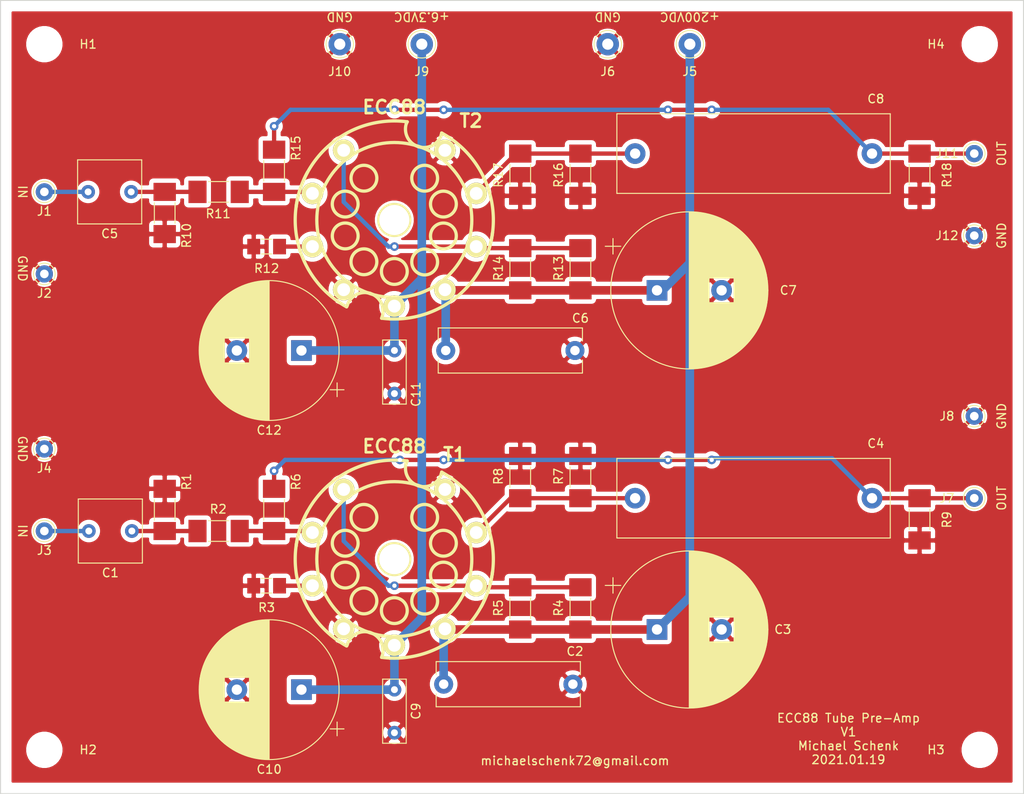
<source format=kicad_pcb>
(kicad_pcb (version 20171130) (host pcbnew "(5.1.9-0-10_14)")
  (layers (0 F.Cu signal) (31 B.Cu signal) (34 B.Paste user) (35 F.Paste user) (36 B.SilkS user) (37 F.SilkS user) (38 B.Mask user) (39 F.Mask user) (44 Edge.Cuts user))
  (net 0 "")
  (net 1 "Net-(C1-Pad2)")
  (net 2 "Net-(C1-Pad1)")
  (net 3 GND)
  (net 4 VDDA)
  (net 5 "Net-(C4-Pad2)")
  (net 6 "Net-(C4-Pad1)")
  (net 7 VDDF)
  (net 8 "Net-(R2-Pad1)")
  (net 9 "Net-(R3-Pad1)")
  (net 10 "Net-(R4-Pad2)")
  (net 11 "Net-(C5-Pad2)")
  (net 12 "Net-(C5-Pad1)")
  (net 13 "Net-(C8-Pad2)")
  (net 14 "Net-(C8-Pad1)")
  (net 15 "Net-(R11-Pad1)")
  (net 16 "Net-(R12-Pad1)")
  (net 17 "Net-(R13-Pad2)")
  (module Capacitor_THT:CP_Radial_D16.0mm_P7.50mm (layer F.Cu) (at 73.66 111.76 180)
    (fp_text reference C12 (at 3.75 -9.25) (layer F.SilkS))
    (fp_text value 2200uF)
    (pad 2 thru_hole circle (at 7.5 0 180) (size 2.4 2.4) (drill 1.2) (layers *.Cu *.Mask) (net 3 GND))
    (pad 1 thru_hole rect (at 0 0 180) (size 2.4 2.4) (drill 1.2) (layers *.Cu *.Mask) (net 7 VDDF))
  )
  (module Capacitor_THT:C_Rect_L7.2mm_W2.5mm_P5.00mm_FKS2_FKP2_MKS2_MKP2 (layer F.Cu) (at 84.455 111.76 270)
    (fp_text reference C11 (at 5.08 -2.5 90) (layer F.SilkS))
    (fp_text value 100nF)
    (pad 2 thru_hole circle (at 5 0 270) (size 1.6 1.6) (drill 0.8) (layers *.Cu *.Mask) (net 3 GND))
    (pad 1 thru_hole circle (at 0 0 270) (size 1.6 1.6) (drill 0.8) (layers *.Cu *.Mask) (net 7 VDDF))
  )
  (module Capacitor_THT:CP_Radial_D16.0mm_P7.50mm (layer F.Cu) (at 73.66 151.13 180)
    (fp_text reference C10 (at 3.75 -9.25) (layer F.SilkS))
    (fp_text value 2200uF)
    (pad 2 thru_hole circle (at 7.5 0 180) (size 2.4 2.4) (drill 1.2) (layers *.Cu *.Mask) (net 3 GND))
    (pad 1 thru_hole rect (at 0 0 180) (size 2.4 2.4) (drill 1.2) (layers *.Cu *.Mask) (net 7 VDDF))
  )
  (module Capacitor_THT:C_Rect_L7.2mm_W2.5mm_P5.00mm_FKS2_FKP2_MKS2_MKP2 (layer F.Cu) (at 84.455 151.13 270)
    (fp_text reference C9 (at 2.5 -2.5 90) (layer F.SilkS))
    (fp_text value 100nF)
    (pad 2 thru_hole circle (at 5 0 270) (size 1.6 1.6) (drill 0.8) (layers *.Cu *.Mask) (net 3 GND))
    (pad 1 thru_hole circle (at 0 0 270) (size 1.6 1.6) (drill 0.8) (layers *.Cu *.Mask) (net 7 VDDF))
  )
  (module w_vacuum:socket_gzc9-b (layer F.Cu) (at 84.43976 96.6089 180)
    (fp_text reference T2 (at -8.90524 11.5189) (layer F.SilkS) (effects (font (size 1.524 1.524) (thickness 0.3048))))
    (fp_text value ECC88 (at 0 13.09878) (layer F.SilkS) (effects (font (size 1.524 1.524) (thickness 0.3048))))
    (pad "" np_thru_hole circle (at 0 0 180) (size 3.49758 3.49758) (drill 3.49758) (layers *.Cu *.Mask F.SilkS))
    (pad 1 thru_hole circle (at 5.87756 8.0899 180) (size 2.49936 2.49936) (drill 1.4986) (layers *.Cu *.Mask F.SilkS) (net 17 "Net-(R13-Pad2)"))
    (pad 2 thru_hole circle (at 9.50976 3.0861 180) (size 2.49936 2.49936) (drill 1.4986) (layers *.Cu *.Mask F.SilkS) (net 15 "Net-(R11-Pad1)"))
    (pad 3 thru_hole circle (at 9.50976 -3.0861 180) (size 2.49936 2.49936) (drill 1.4986) (layers *.Cu *.Mask F.SilkS) (net 16 "Net-(R12-Pad1)"))
    (pad 4 thru_hole circle (at 5.87756 -8.0899 180) (size 2.49936 2.49936) (drill 1.4986) (layers *.Cu *.Mask F.SilkS) (net 3 GND))
    (pad 5 thru_hole circle (at 0 -9.99998 180) (size 2.49936 2.49936) (drill 1.4986) (layers *.Cu *.Mask F.SilkS) (net 7 VDDF))
    (pad 6 thru_hole circle (at -5.87756 -8.0899 180) (size 2.49936 2.49936) (drill 1.4986) (layers *.Cu *.Mask F.SilkS) (net 4 VDDA))
    (pad 7 thru_hole circle (at -9.50976 -3.0861 180) (size 2.49936 2.49936) (drill 1.4986) (layers *.Cu *.Mask F.SilkS) (net 17 "Net-(R13-Pad2)"))
    (pad 8 thru_hole circle (at -9.50976 3.0861 180) (size 2.49936 2.49936) (drill 1.4986) (layers *.Cu *.Mask F.SilkS) (net 13 "Net-(C8-Pad2)"))
    (pad 9 thru_hole circle (at -5.87756 8.0899 180) (size 2.49936 2.49936) (drill 1.4986) (layers *.Cu *.Mask F.SilkS) (net 3 GND))
  )
  (module Resistor_SMD:R_MELF_MMB-0207 (layer F.Cu) (at 145.415 91.35 270)
    (fp_text reference R18 (at 0.05 -3.175 90) (layer F.SilkS))
    (fp_text value 1Meg)
    (pad 2 smd rect (at 2.45 0 270) (size 2.1 2.6) (layers F.Cu F.Paste F.Mask) (net 3 GND))
    (pad 1 smd rect (at -2.45 0 270) (size 2.1 2.6) (layers F.Cu F.Paste F.Mask) (net 14 "Net-(C8-Pad1)"))
  )
  (module Resistor_SMD:R_MELF_MMB-0207 (layer F.Cu) (at 99.06 91.35 270)
    (fp_text reference R17 (at 0.05 2.54 90) (layer F.SilkS))
    (fp_text value 39k)
    (pad 2 smd rect (at 2.45 0 270) (size 2.1 2.6) (layers F.Cu F.Paste F.Mask) (net 3 GND))
    (pad 1 smd rect (at -2.45 0 270) (size 2.1 2.6) (layers F.Cu F.Paste F.Mask) (net 13 "Net-(C8-Pad2)"))
  )
  (module Resistor_SMD:R_MELF_MMB-0207 (layer F.Cu) (at 106.045 91.35 270)
    (fp_text reference R16 (at 0.05 2.54 90) (layer F.SilkS))
    (fp_text value 56k)
    (pad 2 smd rect (at 2.45 0 270) (size 2.1 2.6) (layers F.Cu F.Paste F.Mask) (net 3 GND))
    (pad 1 smd rect (at -2.45 0 270) (size 2.1 2.6) (layers F.Cu F.Paste F.Mask) (net 13 "Net-(C8-Pad2)"))
  )
  (module Resistor_SMD:R_MELF_MMB-0207 (layer F.Cu) (at 70.485 90.895 270)
    (fp_text reference R15 (at -2.63 -2.54 90) (layer F.SilkS))
    (fp_text value 100k)
    (pad 2 smd rect (at 2.45 0 270) (size 2.1 2.6) (layers F.Cu F.Paste F.Mask) (net 15 "Net-(R11-Pad1)"))
    (pad 1 smd rect (at -2.45 0 270) (size 2.1 2.6) (layers F.Cu F.Paste F.Mask) (net 14 "Net-(C8-Pad1)"))
  )
  (module Resistor_SMD:R_MELF_MMB-0207 (layer F.Cu) (at 99.06 102.325 90)
    (fp_text reference R14 (at 0.09 -2.54 90) (layer F.SilkS))
    (fp_text value 39k)
    (pad 2 smd rect (at 2.45 0 90) (size 2.1 2.6) (layers F.Cu F.Paste F.Mask) (net 17 "Net-(R13-Pad2)"))
    (pad 1 smd rect (at -2.45 0 90) (size 2.1 2.6) (layers F.Cu F.Paste F.Mask) (net 4 VDDA))
  )
  (module Resistor_SMD:R_MELF_MMB-0207 (layer F.Cu) (at 106.045 102.325 90)
    (fp_text reference R13 (at 0.09 -2.54 90) (layer F.SilkS))
    (fp_text value 56k)
    (pad 2 smd rect (at 2.45 0 90) (size 2.1 2.6) (layers F.Cu F.Paste F.Mask) (net 17 "Net-(R13-Pad2)"))
    (pad 1 smd rect (at -2.45 0 90) (size 2.1 2.6) (layers F.Cu F.Paste F.Mask) (net 4 VDDA))
  )
  (module Resistor_SMD:R_MiniMELF_MMA-0204 (layer F.Cu) (at 69.62 99.695 180)
    (fp_text reference R12 (at 0 -2.54) (layer F.SilkS))
    (fp_text value 1.21k)
    (pad 2 smd rect (at 1.5 0 180) (size 1.5 1.8) (layers F.Cu F.Paste F.Mask) (net 3 GND))
    (pad 1 smd rect (at -1.5 0 180) (size 1.5 1.8) (layers F.Cu F.Paste F.Mask) (net 16 "Net-(R12-Pad1)"))
  )
  (module Resistor_SMD:R_MELF_MMB-0207 (layer F.Cu) (at 64.045 93.345 180)
    (fp_text reference R11 (at 0.05 -2.54) (layer F.SilkS))
    (fp_text value 47k)
    (pad 2 smd rect (at 2.45 0 180) (size 2.1 2.6) (layers F.Cu F.Paste F.Mask) (net 12 "Net-(C5-Pad1)"))
    (pad 1 smd rect (at -2.45 0 180) (size 2.1 2.6) (layers F.Cu F.Paste F.Mask) (net 15 "Net-(R11-Pad1)"))
  )
  (module Resistor_SMD:R_MELF_MMB-0207 (layer F.Cu) (at 57.785 95.795 270)
    (fp_text reference R10 (at 2.63 -2.54 90) (layer F.SilkS))
    (fp_text value 1Meg)
    (pad 2 smd rect (at 2.45 0 270) (size 2.1 2.6) (layers F.Cu F.Paste F.Mask) (net 3 GND))
    (pad 1 smd rect (at -2.45 0 270) (size 2.1 2.6) (layers F.Cu F.Paste F.Mask) (net 12 "Net-(C5-Pad1)"))
  )
  (module Connector_Pin:Pin_D1.0mm_L10.0mm (layer F.Cu) (at 151.765 98.425)
    (fp_text reference J12 (at -3.175 0) (layer F.SilkS))
    (fp_text value Conn_01x01)
    (pad 1 thru_hole circle (at 0 0) (size 2 2) (drill 1) (layers *.Cu *.Mask) (net 3 GND))
  )
  (module Connector_Pin:Pin_D1.0mm_L10.0mm (layer F.Cu) (at 151.765 88.9)
    (fp_text reference J11 (at -3.175 0) (layer F.SilkS))
    (fp_text value Conn_01x01)
    (pad 1 thru_hole circle (at 0 0) (size 2 2) (drill 1) (layers *.Cu *.Mask) (net 14 "Net-(C8-Pad1)"))
  )
  (module Connector_Pin:Pin_D1.3mm_L11.0mm (layer F.Cu) (at 78.105 76.2)
    (fp_text reference J10 (at 0 3.175) (layer F.SilkS))
    (fp_text value Conn_01x01)
    (pad 1 thru_hole circle (at 0 0) (size 2.6 2.6) (drill 1.3) (layers *.Cu *.Mask) (net 3 GND))
  )
  (module Connector_Pin:Pin_D1.3mm_L11.0mm (layer F.Cu) (at 87.63 76.2)
    (fp_text reference J9 (at 0 3.175) (layer F.SilkS))
    (fp_text value Conn_01x01)
    (pad 1 thru_hole circle (at 0 0) (size 2.6 2.6) (drill 1.3) (layers *.Cu *.Mask) (net 7 VDDF))
  )
  (module Connector_Pin:Pin_D1.0mm_L10.0mm (layer F.Cu) (at 43.815 102.87)
    (fp_text reference J2 (at 0 2.25) (layer F.SilkS))
    (fp_text value Conn_01x01)
    (pad 1 thru_hole circle (at 0 0) (size 2 2) (drill 1) (layers *.Cu *.Mask) (net 3 GND))
  )
  (module Connector_Pin:Pin_D1.0mm_L10.0mm (layer F.Cu) (at 43.815 93.345)
    (fp_text reference J1 (at 0 2.25) (layer F.SilkS))
    (fp_text value Conn_01x01)
    (pad 1 thru_hole circle (at 0 0) (size 2 2) (drill 1) (layers *.Cu *.Mask) (net 11 "Net-(C5-Pad2)"))
  )
  (module Capacitor_THT:C_Rect_L31.5mm_W9.0mm_P27.50mm_MKS4 (layer F.Cu) (at 139.895 88.9 180)
    (fp_text reference C8 (at -0.44 6.35) (layer F.SilkS))
    (fp_text value 2.2uF)
    (pad 2 thru_hole circle (at 27.5 0 180) (size 2.4 2.4) (drill 1.2) (layers *.Cu *.Mask) (net 13 "Net-(C8-Pad2)"))
    (pad 1 thru_hole circle (at 0 0 180) (size 2.4 2.4) (drill 1.2) (layers *.Cu *.Mask) (net 14 "Net-(C8-Pad1)"))
  )
  (module Capacitor_THT:CP_Radial_D18.0mm_P7.50mm (layer F.Cu) (at 114.935 104.775)
    (fp_text reference C7 (at 15.24 0) (layer F.SilkS))
    (fp_text value 100uF)
    (pad 2 thru_hole circle (at 7.5 0) (size 2.4 2.4) (drill 1.2) (layers *.Cu *.Mask) (net 3 GND))
    (pad 1 thru_hole rect (at 0 0) (size 2.4 2.4) (drill 1.2) (layers *.Cu *.Mask) (net 4 VDDA))
  )
  (module Capacitor_THT:C_Rect_L16.5mm_W5.0mm_P15.00mm_MKT (layer F.Cu) (at 90.41 111.76)
    (fp_text reference C6 (at 15.635 -3.75) (layer F.SilkS))
    (fp_text value 100nF)
    (pad 2 thru_hole circle (at 15 0) (size 2.2 2.2) (drill 1.1) (layers *.Cu *.Mask) (net 3 GND))
    (pad 1 thru_hole circle (at 0 0) (size 2.2 2.2) (drill 1.1) (layers *.Cu *.Mask) (net 4 VDDA))
  )
  (module Capacitor_THT:C_Rect_L7.2mm_W7.2mm_P5.00mm_FKS2_FKP2_MKS2_MKP2 (layer F.Cu) (at 53.895 93.345 180)
    (fp_text reference C5 (at 2.5 -4.85) (layer F.SilkS))
    (fp_text value 3.3uF)
    (pad 2 thru_hole circle (at 5 0 180) (size 1.6 1.6) (drill 0.8) (layers *.Cu *.Mask) (net 11 "Net-(C5-Pad2)"))
    (pad 1 thru_hole circle (at 0 0 180) (size 1.6 1.6) (drill 0.8) (layers *.Cu *.Mask) (net 12 "Net-(C5-Pad1)"))
  )
  (module Resistor_SMD:R_MELF_MMB-0207 (layer F.Cu) (at 145.415 131.355 270)
    (fp_text reference R9 (at 0.05 -3.175 90) (layer F.SilkS))
    (fp_text value 1Meg)
    (pad 2 smd rect (at 2.45 0 270) (size 2.1 2.6) (layers F.Cu F.Paste F.Mask) (net 3 GND))
    (pad 1 smd rect (at -2.45 0 270) (size 2.1 2.6) (layers F.Cu F.Paste F.Mask) (net 6 "Net-(C4-Pad1)"))
  )
  (module Resistor_SMD:R_MELF_MMB-0207 (layer F.Cu) (at 99.06 126.455 90)
    (fp_text reference R8 (at 0.09 -2.54 90) (layer F.SilkS))
    (fp_text value 39k)
    (pad 2 smd rect (at 2.45 0 90) (size 2.1 2.6) (layers F.Cu F.Paste F.Mask) (net 3 GND))
    (pad 1 smd rect (at -2.45 0 90) (size 2.1 2.6) (layers F.Cu F.Paste F.Mask) (net 5 "Net-(C4-Pad2)"))
  )
  (module Resistor_SMD:R_MELF_MMB-0207 (layer F.Cu) (at 106.045 126.455 90)
    (fp_text reference R7 (at 0.09 -2.54 90) (layer F.SilkS))
    (fp_text value 56k)
    (pad 2 smd rect (at 2.45 0 90) (size 2.1 2.6) (layers F.Cu F.Paste F.Mask) (net 3 GND))
    (pad 1 smd rect (at -2.45 0 90) (size 2.1 2.6) (layers F.Cu F.Paste F.Mask) (net 5 "Net-(C4-Pad2)"))
  )
  (module Resistor_SMD:R_MELF_MMB-0207 (layer F.Cu) (at 70.485 130.265 270)
    (fp_text reference R6 (at -3.265 -2.54 90) (layer F.SilkS))
    (fp_text value 100k)
    (pad 2 smd rect (at 2.45 0 270) (size 2.1 2.6) (layers F.Cu F.Paste F.Mask) (net 8 "Net-(R2-Pad1)"))
    (pad 1 smd rect (at -2.45 0 270) (size 2.1 2.6) (layers F.Cu F.Paste F.Mask) (net 6 "Net-(C4-Pad1)"))
  )
  (module Resistor_SMD:R_MELF_MMB-0207 (layer F.Cu) (at 99.06 141.695 90)
    (fp_text reference R5 (at 0.05 -2.54 90) (layer F.SilkS))
    (fp_text value 39k)
    (pad 2 smd rect (at 2.45 0 90) (size 2.1 2.6) (layers F.Cu F.Paste F.Mask) (net 10 "Net-(R4-Pad2)"))
    (pad 1 smd rect (at -2.45 0 90) (size 2.1 2.6) (layers F.Cu F.Paste F.Mask) (net 4 VDDA))
  )
  (module Resistor_SMD:R_MELF_MMB-0207 (layer F.Cu) (at 106.045 141.695 90)
    (fp_text reference R4 (at 0.05 -2.54 90) (layer F.SilkS))
    (fp_text value 56k)
    (pad 2 smd rect (at 2.45 0 90) (size 2.1 2.6) (layers F.Cu F.Paste F.Mask) (net 10 "Net-(R4-Pad2)"))
    (pad 1 smd rect (at -2.45 0 90) (size 2.1 2.6) (layers F.Cu F.Paste F.Mask) (net 4 VDDA))
  )
  (module Resistor_SMD:R_MiniMELF_MMA-0204 (layer F.Cu) (at 69.62 139.065 180)
    (fp_text reference R3 (at 0 -2.54) (layer F.SilkS))
    (fp_text value 1.21k)
    (pad 2 smd rect (at 1.5 0 180) (size 1.5 1.8) (layers F.Cu F.Paste F.Mask) (net 3 GND))
    (pad 1 smd rect (at -1.5 0 180) (size 1.5 1.8) (layers F.Cu F.Paste F.Mask) (net 9 "Net-(R3-Pad1)"))
  )
  (module Resistor_SMD:R_MELF_MMB-0207 (layer F.Cu) (at 64.045 132.715 180)
    (fp_text reference R2 (at 0.05 2.54) (layer F.SilkS))
    (fp_text value 47k)
    (pad 2 smd rect (at 2.45 0 180) (size 2.1 2.6) (layers F.Cu F.Paste F.Mask) (net 2 "Net-(C1-Pad1)"))
    (pad 1 smd rect (at -2.45 0 180) (size 2.1 2.6) (layers F.Cu F.Paste F.Mask) (net 8 "Net-(R2-Pad1)"))
  )
  (module Resistor_SMD:R_MELF_MMB-0207 (layer F.Cu) (at 57.785 130.265 90)
    (fp_text reference R1 (at 3.265 2.54 90) (layer F.SilkS))
    (fp_text value 1Meg)
    (pad 2 smd rect (at 2.45 0 90) (size 2.1 2.6) (layers F.Cu F.Paste F.Mask) (net 3 GND))
    (pad 1 smd rect (at -2.45 0 90) (size 2.1 2.6) (layers F.Cu F.Paste F.Mask) (net 2 "Net-(C1-Pad1)"))
  )
  (module Connector_Pin:Pin_D1.0mm_L10.0mm (layer F.Cu) (at 151.765 119.38)
    (fp_text reference J8 (at -3.175 0) (layer F.SilkS))
    (fp_text value Conn_01x01)
    (pad 1 thru_hole circle (at 0 0) (size 2 2) (drill 1) (layers *.Cu *.Mask) (net 3 GND))
  )
  (module Connector_Pin:Pin_D1.0mm_L10.0mm (layer F.Cu) (at 151.765 128.905)
    (fp_text reference J7 (at -3.175 0) (layer F.SilkS))
    (fp_text value Conn_01x01)
    (pad 1 thru_hole circle (at 0 0) (size 2 2) (drill 1) (layers *.Cu *.Mask) (net 6 "Net-(C4-Pad1)"))
  )
  (module Connector_Pin:Pin_D1.3mm_L11.0mm (layer F.Cu) (at 109.22 76.2)
    (fp_text reference J6 (at 0 3.175) (layer F.SilkS))
    (fp_text value Conn_01x01)
    (pad 1 thru_hole circle (at 0 0) (size 2.6 2.6) (drill 1.3) (layers *.Cu *.Mask) (net 3 GND))
  )
  (module Connector_Pin:Pin_D1.3mm_L11.0mm (layer F.Cu) (at 118.745 76.2)
    (fp_text reference J5 (at 0 3.175) (layer F.SilkS))
    (fp_text value Conn_01x01)
    (pad 1 thru_hole circle (at 0 0) (size 2.6 2.6) (drill 1.3) (layers *.Cu *.Mask) (net 4 VDDA))
  )
  (module Connector_Pin:Pin_D1.0mm_L10.0mm (layer F.Cu) (at 43.815 123.19)
    (fp_text reference J4 (at 0 2.25) (layer F.SilkS))
    (fp_text value Conn_01x01)
    (pad 1 thru_hole circle (at 0 0) (size 2 2) (drill 1) (layers *.Cu *.Mask) (net 3 GND))
  )
  (module Connector_Pin:Pin_D1.0mm_L10.0mm (layer F.Cu) (at 43.815 132.715)
    (fp_text reference J3 (at 0 2.25) (layer F.SilkS))
    (fp_text value Conn_01x01)
    (pad 1 thru_hole circle (at 0 0) (size 2 2) (drill 1) (layers *.Cu *.Mask) (net 1 "Net-(C1-Pad2)"))
  )
  (module MountingHole:MountingHole_3.2mm_M3 (layer F.Cu) (at 152.4 76.2)
    (fp_text reference H4 (at -5.08 0) (layer F.SilkS))
    (fp_text value MountingHole)
    (pad 1 np_thru_hole circle (at 0 0) (size 3.2 3.2) (drill 3.2) (layers *.Cu *.Mask))
  )
  (module MountingHole:MountingHole_3.2mm_M3 (layer F.Cu) (at 152.4 158.115)
    (fp_text reference H3 (at -5.08 0) (layer F.SilkS))
    (fp_text value MountingHole)
    (pad 1 np_thru_hole circle (at 0 0) (size 3.2 3.2) (drill 3.2) (layers *.Cu *.Mask))
  )
  (module MountingHole:MountingHole_3.2mm_M3 (layer F.Cu) (at 43.815 158.115)
    (fp_text reference H2 (at 5.08 0) (layer F.SilkS))
    (fp_text value MountingHole)
    (pad 1 np_thru_hole circle (at 0 0) (size 3.2 3.2) (drill 3.2) (layers *.Cu *.Mask))
  )
  (module MountingHole:MountingHole_3.2mm_M3 (layer F.Cu) (at 43.815 76.2)
    (fp_text reference H1 (at 5.08 0) (layer F.SilkS))
    (fp_text value MountingHole)
    (pad 1 np_thru_hole circle (at 0 0) (size 3.2 3.2) (drill 3.2) (layers *.Cu *.Mask))
  )
  (module Capacitor_THT:C_Rect_L31.5mm_W9.0mm_P27.50mm_MKS4 (layer F.Cu) (at 139.895 128.905 180)
    (fp_text reference C4 (at -0.44 6.35) (layer F.SilkS))
    (fp_text value 2.2uF)
    (pad 2 thru_hole circle (at 27.5 0 180) (size 2.4 2.4) (drill 1.2) (layers *.Cu *.Mask) (net 5 "Net-(C4-Pad2)"))
    (pad 1 thru_hole circle (at 0 0 180) (size 2.4 2.4) (drill 1.2) (layers *.Cu *.Mask) (net 6 "Net-(C4-Pad1)"))
  )
  (module Capacitor_THT:CP_Radial_D18.0mm_P7.50mm (layer F.Cu) (at 114.935 144.145)
    (fp_text reference C3 (at 14.605 0) (layer F.SilkS))
    (fp_text value 100uF)
    (pad 2 thru_hole circle (at 7.5 0) (size 2.4 2.4) (drill 1.2) (layers *.Cu *.Mask) (net 3 GND))
    (pad 1 thru_hole rect (at 0 0) (size 2.4 2.4) (drill 1.2) (layers *.Cu *.Mask) (net 4 VDDA))
  )
  (module Capacitor_THT:C_Rect_L16.5mm_W5.0mm_P15.00mm_MKT (layer F.Cu) (at 90.17 150.495)
    (fp_text reference C2 (at 15.24 -3.81) (layer F.SilkS))
    (fp_text value 100nF)
    (pad 2 thru_hole circle (at 15 0) (size 2.2 2.2) (drill 1.1) (layers *.Cu *.Mask) (net 3 GND))
    (pad 1 thru_hole circle (at 0 0) (size 2.2 2.2) (drill 1.1) (layers *.Cu *.Mask) (net 4 VDDA))
  )
  (module Capacitor_THT:C_Rect_L7.2mm_W7.2mm_P5.00mm_FKS2_FKP2_MKS2_MKP2 (layer F.Cu) (at 53.975 132.715 180)
    (fp_text reference C1 (at 2.5 -4.85) (layer F.SilkS))
    (fp_text value 3.3uF)
    (pad 2 thru_hole circle (at 5 0 180) (size 1.6 1.6) (drill 0.8) (layers *.Cu *.Mask) (net 1 "Net-(C1-Pad2)"))
    (pad 1 thru_hole circle (at 0 0 180) (size 1.6 1.6) (drill 0.8) (layers *.Cu *.Mask) (net 2 "Net-(C1-Pad1)"))
  )
  (module w_vacuum:socket_gzc9-b (layer F.Cu) (at 84.43976 135.9789 180)
    (fp_text reference T1 (at -7.00024 12.1539) (layer F.SilkS) (effects (font (size 1.524 1.524) (thickness 0.3048))))
    (fp_text value ECC88 (at 0 13.09878) (layer F.SilkS) (effects (font (size 1.524 1.524) (thickness 0.3048))))
    (pad "" np_thru_hole circle (at 0 0 180) (size 3.49758 3.49758) (drill 3.49758) (layers *.Cu *.Mask F.SilkS))
    (pad 1 thru_hole circle (at 5.87756 8.0899 180) (size 2.49936 2.49936) (drill 1.4986) (layers *.Cu *.Mask F.SilkS) (net 10 "Net-(R4-Pad2)"))
    (pad 2 thru_hole circle (at 9.50976 3.0861 180) (size 2.49936 2.49936) (drill 1.4986) (layers *.Cu *.Mask F.SilkS) (net 8 "Net-(R2-Pad1)"))
    (pad 3 thru_hole circle (at 9.50976 -3.0861 180) (size 2.49936 2.49936) (drill 1.4986) (layers *.Cu *.Mask F.SilkS) (net 9 "Net-(R3-Pad1)"))
    (pad 4 thru_hole circle (at 5.87756 -8.0899 180) (size 2.49936 2.49936) (drill 1.4986) (layers *.Cu *.Mask F.SilkS) (net 3 GND))
    (pad 5 thru_hole circle (at 0 -9.99998 180) (size 2.49936 2.49936) (drill 1.4986) (layers *.Cu *.Mask F.SilkS) (net 7 VDDF))
    (pad 6 thru_hole circle (at -5.87756 -8.0899 180) (size 2.49936 2.49936) (drill 1.4986) (layers *.Cu *.Mask F.SilkS) (net 4 VDDA))
    (pad 7 thru_hole circle (at -9.50976 -3.0861 180) (size 2.49936 2.49936) (drill 1.4986) (layers *.Cu *.Mask F.SilkS) (net 10 "Net-(R4-Pad2)"))
    (pad 8 thru_hole circle (at -9.50976 3.0861 180) (size 2.49936 2.49936) (drill 1.4986) (layers *.Cu *.Mask F.SilkS) (net 5 "Net-(C4-Pad2)"))
    (pad 9 thru_hole circle (at -5.87756 8.0899 180) (size 2.49936 2.49936) (drill 1.4986) (layers *.Cu *.Mask F.SilkS) (net 3 GND))
  )
  (gr_text GND (at 78.105 73.025 180) (layer F.SilkS) (effects (font (size 1 1))))
  (gr_text GND (at 109.22 73.025 180) (layer F.SilkS) (effects (font (size 1 1))))
  (gr_text +6.3VDC (at 87.63 73.025 180) (layer F.SilkS) (effects (font (size 1 1))))
  (gr_text +200VDC (at 118.745 73.025 180) (layer F.SilkS) (effects (font (size 1 1))))
  (gr_text OUT (at 154.94 88.9 90) (layer F.SilkS) (effects (font (size 1 1))))
  (gr_text OUT (at 154.94 128.905 90) (layer F.SilkS) (effects (font (size 1 1))))
  (gr_text GND (at 154.94 119.38 90) (layer F.SilkS) (effects (font (size 1 1))))
  (gr_text GND (at 154.94 98.425 90) (layer F.SilkS) (effects (font (size 1 1))))
  (gr_text GND (at 41.275 102.235 270) (layer F.SilkS) (effects (font (size 1 1))))
  (gr_text GND (at 41.275 123.19 270) (layer F.SilkS) (effects (font (size 1 1))))
  (gr_text IN (at 41.275 132.715 270) (layer F.SilkS) (effects (font (size 1 1))))
  (gr_text IN (at 41.275 93.345 270) (layer F.SilkS) (effects (font (size 1 1))))
  (gr_text "ECC88 Tube Pre-Amp\nV1\nMichael Schenk\n2021.01.19" (at 137.16 156.845) (layer F.SilkS) (effects (font (size 1 1))))
  (gr_text michaelschenk72@gmail.com (at 105.41 159.385) (layer F.SilkS) (effects (font (size 1 1))))
  (gr_line (start 157.48 71.12) (end 157.48 163.195) (layer Edge.Cuts) (width 0.1))
  (gr_line (start 38.735 71.12) (end 157.48 71.12) (layer Edge.Cuts) (width 0.1))
  (gr_line (start 38.735 163.195) (end 38.735 71.12) (layer Edge.Cuts) (width 0.1))
  (gr_line (start 157.48 163.195) (end 38.735 163.195) (layer Edge.Cuts) (width 0.1))
  (segment (start 43.815 132.715) (end 48.975 132.715) (width 0.5) (layer B.Cu) (net 1))
  (segment (start 53.975 132.715) (end 57.785 132.715) (width 0.5) (layer F.Cu) (net 2))
  (segment (start 57.785 132.715) (end 61.595 132.715) (width 0.5) (layer F.Cu) (net 2))
  (segment (start 118.745 140.335) (end 114.935 144.145) (width 1) (layer B.Cu) (net 4))
  (segment (start 115.57 104.775) (end 118.745 101.6) (width 1) (layer B.Cu) (net 4))
  (segment (start 118.745 101.6) (end 118.745 140.335) (width 1) (layer B.Cu) (net 4))
  (segment (start 114.935 104.775) (end 115.57 104.775) (width 1) (layer B.Cu) (net 4))
  (segment (start 118.745 101.6) (end 118.745 76.2) (width 1) (layer B.Cu) (net 4))
  (segment (start 90.41 104.79148) (end 90.31732 104.6988) (width 1) (layer B.Cu) (net 4))
  (segment (start 90.41 111.76) (end 90.41 104.79148) (width 1) (layer B.Cu) (net 4))
  (segment (start 90.17 144.21612) (end 90.31732 144.0688) (width 1) (layer B.Cu) (net 4))
  (segment (start 90.17 150.495) (end 90.17 144.21612) (width 1) (layer B.Cu) (net 4))
  (segment (start 114.935 144.145) (end 106.045 144.145) (width 1) (layer F.Cu) (net 4))
  (segment (start 106.045 144.145) (end 99.06 144.145) (width 1) (layer F.Cu) (net 4))
  (segment (start 90.39352 144.145) (end 90.31732 144.0688) (width 1) (layer F.Cu) (net 4))
  (segment (start 99.06 144.145) (end 90.39352 144.145) (width 1) (layer F.Cu) (net 4))
  (segment (start 114.935 104.775) (end 106.045 104.775) (width 1) (layer F.Cu) (net 4))
  (segment (start 106.045 104.775) (end 99.06 104.775) (width 1) (layer F.Cu) (net 4))
  (segment (start 90.39352 104.775) (end 90.31732 104.6988) (width 1) (layer F.Cu) (net 4))
  (segment (start 99.06 104.775) (end 90.39352 104.775) (width 1) (layer F.Cu) (net 4))
  (segment (start 97.93732 128.905) (end 99.06 128.905) (width 0.5) (layer F.Cu) (net 5))
  (segment (start 93.94952 132.8928) (end 97.93732 128.905) (width 0.5) (layer F.Cu) (net 5))
  (segment (start 99.06 128.905) (end 106.045 128.905) (width 0.5) (layer F.Cu) (net 5))
  (segment (start 106.045 128.905) (end 112.395 128.905) (width 0.5) (layer F.Cu) (net 5))
  (segment (start 139.895 128.905) (end 145.415 128.905) (width 0.5) (layer F.Cu) (net 6))
  (segment (start 145.415 128.905) (end 151.765 128.905) (width 0.5) (layer F.Cu) (net 6))
  (segment (start 139.895 128.905) (end 135.255 124.265) (width 0.5) (layer B.Cu) (net 6))
  (via (at 121.285 124.46) (size 1) (drill 0.5) (layers F.Cu B.Cu) (net 6))
  (segment (start 121.48 124.265) (end 121.285 124.46) (width 0.5) (layer B.Cu) (net 6))
  (segment (start 135.255 124.265) (end 121.48 124.265) (width 0.5) (layer B.Cu) (net 6))
  (via (at 116.205 124.46) (size 1) (drill 0.5) (layers F.Cu B.Cu) (net 6))
  (segment (start 121.285 124.46) (end 116.205 124.46) (width 0.5) (layer F.Cu) (net 6))
  (via (at 90.17 124.46) (size 1) (drill 0.5) (layers F.Cu B.Cu) (net 6))
  (segment (start 116.205 124.46) (end 90.17 124.46) (width 0.5) (layer B.Cu) (net 6))
  (via (at 85.09 124.46) (size 1) (drill 0.5) (layers F.Cu B.Cu) (net 6))
  (segment (start 90.17 124.46) (end 85.09 124.46) (width 0.5) (layer F.Cu) (net 6))
  (via (at 70.485 125.73) (size 1) (drill 0.5) (layers F.Cu B.Cu) (net 6))
  (segment (start 71.755 124.46) (end 70.485 125.73) (width 0.5) (layer B.Cu) (net 6))
  (segment (start 85.09 124.46) (end 71.755 124.46) (width 0.5) (layer B.Cu) (net 6))
  (segment (start 70.485 125.73) (end 70.485 127.815) (width 0.5) (layer F.Cu) (net 6))
  (segment (start 87.63 103.41864) (end 84.43976 106.60888) (width 1) (layer B.Cu) (net 7))
  (segment (start 87.63 142.78864) (end 84.43976 145.97888) (width 1) (layer B.Cu) (net 7))
  (segment (start 87.63 103.41864) (end 87.63 142.78864) (width 1) (layer B.Cu) (net 7))
  (segment (start 84.455 106.62412) (end 84.43976 106.60888) (width 1) (layer B.Cu) (net 7))
  (segment (start 84.455 111.76) (end 84.455 106.62412) (width 1) (layer B.Cu) (net 7))
  (segment (start 73.66 111.76) (end 84.455 111.76) (width 1) (layer B.Cu) (net 7))
  (segment (start 84.455 145.99412) (end 84.43976 145.97888) (width 1) (layer B.Cu) (net 7))
  (segment (start 84.455 151.13) (end 84.455 145.99412) (width 1) (layer B.Cu) (net 7))
  (segment (start 73.66 151.13) (end 84.455 151.13) (width 1) (layer B.Cu) (net 7))
  (segment (start 87.63 103.41864) (end 87.63 76.2) (width 1) (layer B.Cu) (net 7))
  (segment (start 66.495 132.715) (end 70.485 132.715) (width 0.5) (layer F.Cu) (net 8))
  (segment (start 74.7522 132.715) (end 74.93 132.8928) (width 0.5) (layer F.Cu) (net 8))
  (segment (start 70.485 132.715) (end 74.7522 132.715) (width 0.5) (layer F.Cu) (net 8))
  (segment (start 71.12 139.065) (end 74.93 139.065) (width 0.5) (layer F.Cu) (net 9))
  (segment (start 106.045 139.245) (end 99.06 139.245) (width 0.5) (layer F.Cu) (net 10))
  (segment (start 94.12952 139.245) (end 93.94952 139.065) (width 0.5) (layer F.Cu) (net 10))
  (segment (start 99.06 139.245) (end 94.12952 139.245) (width 0.5) (layer F.Cu) (net 10))
  (via (at 84.455 139.065) (size 1) (drill 0.5) (layers F.Cu B.Cu) (net 10))
  (segment (start 93.94952 139.065) (end 84.455 139.065) (width 0.5) (layer F.Cu) (net 10))
  (segment (start 78.5622 133.879306) (end 78.5622 127.889) (width 0.5) (layer B.Cu) (net 10))
  (segment (start 83.747894 139.065) (end 78.5622 133.879306) (width 0.5) (layer B.Cu) (net 10))
  (segment (start 84.455 139.065) (end 83.747894 139.065) (width 0.5) (layer B.Cu) (net 10))
  (segment (start 43.815 93.345) (end 48.895 93.345) (width 0.5) (layer B.Cu) (net 11))
  (segment (start 53.895 93.345) (end 57.785 93.345) (width 0.5) (layer F.Cu) (net 12))
  (segment (start 57.785 93.345) (end 61.595 93.345) (width 0.5) (layer F.Cu) (net 12))
  (segment (start 98.57232 88.9) (end 99.06 88.9) (width 0.5) (layer F.Cu) (net 13))
  (segment (start 93.94952 93.5228) (end 98.57232 88.9) (width 0.5) (layer F.Cu) (net 13))
  (segment (start 99.06 88.9) (end 106.045 88.9) (width 0.5) (layer F.Cu) (net 13))
  (segment (start 106.045 88.9) (end 112.395 88.9) (width 0.5) (layer F.Cu) (net 13))
  (segment (start 139.895 88.9) (end 145.415 88.9) (width 0.5) (layer F.Cu) (net 14))
  (segment (start 145.415 88.9) (end 151.765 88.9) (width 0.5) (layer F.Cu) (net 14))
  (segment (start 139.895 88.9) (end 134.815 83.82) (width 0.5) (layer B.Cu) (net 14))
  (via (at 121.285 83.82) (size 1) (drill 0.5) (layers F.Cu B.Cu) (net 14))
  (segment (start 134.815 83.82) (end 121.285 83.82) (width 0.5) (layer B.Cu) (net 14))
  (via (at 116.205 83.82) (size 1) (drill 0.5) (layers F.Cu B.Cu) (net 14))
  (segment (start 121.285 83.82) (end 116.205 83.82) (width 0.5) (layer F.Cu) (net 14))
  (via (at 90.17 83.82) (size 1) (drill 0.5) (layers F.Cu B.Cu) (net 14))
  (segment (start 116.205 83.82) (end 90.17 83.82) (width 0.5) (layer B.Cu) (net 14))
  (via (at 84.455 83.82) (size 1) (drill 0.5) (layers F.Cu B.Cu) (net 14))
  (segment (start 90.17 83.82) (end 84.455 83.82) (width 0.5) (layer F.Cu) (net 14))
  (via (at 70.485 85.725) (size 1) (drill 0.5) (layers F.Cu B.Cu) (net 14))
  (segment (start 72.39 83.82) (end 70.485 85.725) (width 0.5) (layer B.Cu) (net 14))
  (segment (start 84.455 83.82) (end 72.39 83.82) (width 0.5) (layer B.Cu) (net 14))
  (segment (start 70.485 85.725) (end 70.485 88.445) (width 0.5) (layer F.Cu) (net 14))
  (segment (start 66.495 93.345) (end 70.485 93.345) (width 0.5) (layer F.Cu) (net 15))
  (segment (start 74.7522 93.345) (end 74.93 93.5228) (width 0.5) (layer F.Cu) (net 15))
  (segment (start 70.485 93.345) (end 74.7522 93.345) (width 0.5) (layer F.Cu) (net 15))
  (segment (start 71.12 99.695) (end 74.93 99.695) (width 0.5) (layer F.Cu) (net 16))
  (segment (start 106.045 99.875) (end 99.06 99.875) (width 0.5) (layer F.Cu) (net 17))
  (segment (start 94.12952 99.875) (end 93.94952 99.695) (width 0.5) (layer F.Cu) (net 17))
  (segment (start 99.06 99.875) (end 94.12952 99.875) (width 0.5) (layer F.Cu) (net 17))
  (via (at 84.455 99.695) (size 1) (drill 0.5) (layers F.Cu B.Cu) (net 17))
  (segment (start 93.94952 99.695) (end 84.455 99.695) (width 0.5) (layer F.Cu) (net 17))
  (segment (start 78.5622 94.509306) (end 78.5622 88.519) (width 0.5) (layer B.Cu) (net 17))
  (segment (start 83.747894 99.695) (end 78.5622 94.509306) (width 0.5) (layer B.Cu) (net 17))
  (segment (start 84.455 99.695) (end 83.747894 99.695) (width 0.5) (layer B.Cu) (net 17))
  (zone (net 3) (net_name GND) (layer F.Cu) (connect_pads (clearance 0.508)) (min_thickness 0.254) (fill yes (arc_segments 32) (thermal_gap 0.508) (thermal_bridge_width 0.508))
    (polygon (pts (xy 156.21 161.925) (xy 40.005 161.925) (xy 40.005 72.39) (xy 156.21 72.39)))
  )
)
</source>
